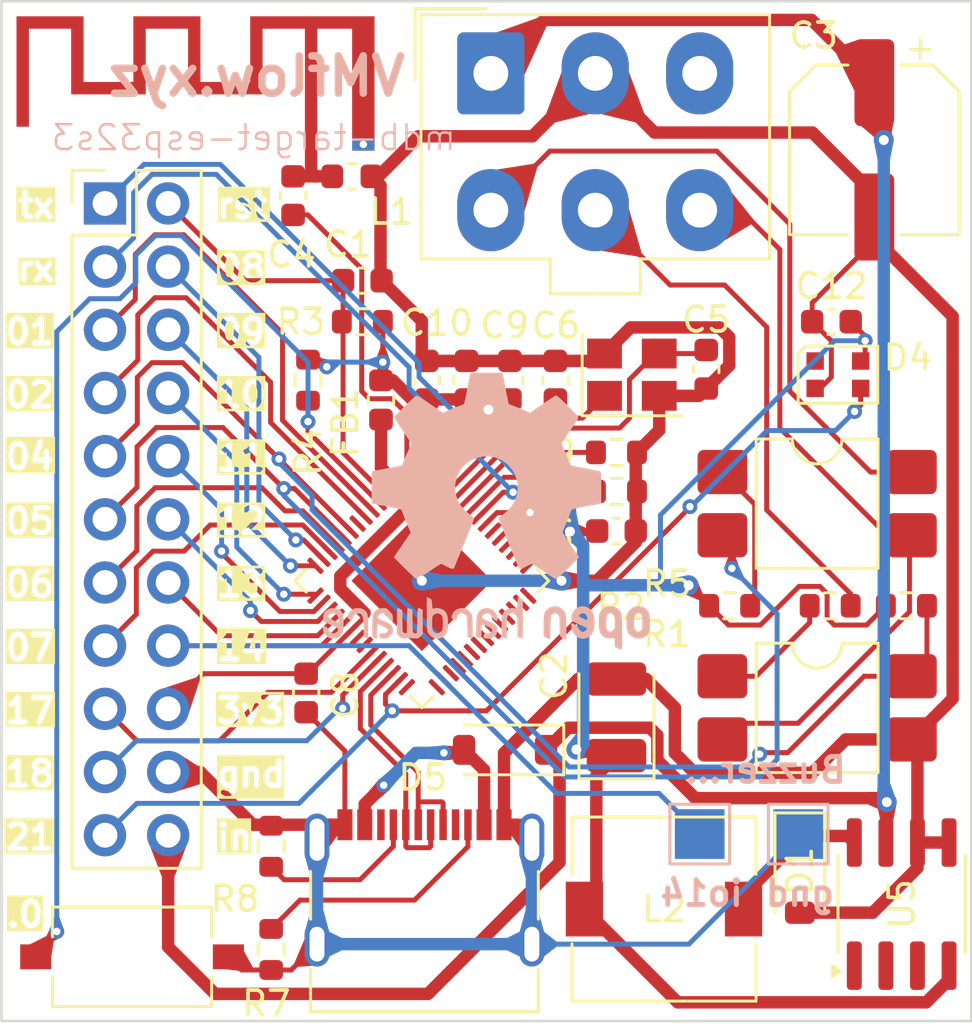
<source format=kicad_pcb>
(kicad_pcb (version 20241229) (generator "pcbnew") (generator_version "9.0")
  (layers (0 "F.Cu" signal) (2 "B.Cu" signal) (13 "F.Paste" user) (15 "B.Paste" user) (5 "F.SilkS" user "F.Silkscreen") (7 "B.SilkS" user "B.Silkscreen") (1 "F.Mask" user) (3 "B.Mask" user) (25 "Edge.Cuts" user))
  (net 0 "")
  (net 1 "Net-(AE1-A)")
  (net 2 "+3V3")
  (net 3 "GND")
  (net 4 "Net-(U3-LNA_IN{slash}RF)")
  (net 5 "Net-(U3-XTAL_N)")
  (net 6 "Net-(U3-XTAL_P)")
  (net 7 "/vin")
  (net 8 "Net-(D5-A)")
  (net 10 "/mdb_master_transmit")
  (net 11 "/mdb_communications_common")
  (net 12 "/mdb_master_receive")
  (net 15 "/usb+")
  (net 16 "/usb-")
  (net 17 "Net-(J2-CC1)")
  (net 18 "Net-(J2-CC2)")
  (net 20 "/io12")
  (net 21 "/io9")
  (net 22 "/io6")
  (net 23 "/io10")
  (net 24 "/io17")
  (net 25 "/u0txd")
  (net 26 "/io21")
  (net 27 "/io11")
  (net 28 "/io5")
  (net 29 "/boot")
  (net 30 "/u0rxd")
  (net 31 "/io8")
  (net 32 "/io14")
  (net 33 "/io18")
  (net 34 "/io4")
  (net 35 "/io7")
  (net 36 "/io13")
  (net 37 "/io1")
  (net 38 "/io2")
  (net 39 "Net-(R2-Pad2)")
  (net 40 "/reset")
  (net 41 "Net-(R5-Pad2)")
  (net 42 "Net-(U3-GPIO45)")
  (net 43 "Net-(U3-GPIO46)")
  (net 67 "VDD3P3")
  (net 68 "Net-(D1-K)")
  (footprint "Capacitor_Tantalum_SMD:CP_EIA-3528-21_Kemet-B" (layer "F.Cu") (at 193.23 111.88 90)
    (property "Reference" "C2")
    (property "Value" "220uF" (hide yes))
  )
  (footprint "Inductor_SMD:L_7.3x7.3_H3.5" (layer "F.Cu") (at 195.141333 119.59 180)
    (property "Reference" "L2")
    (property "Value" "100uH" (hide yes))
  )
  (footprint "Resistor_SMD:R_0603_1608Metric" (layer "F.Cu") (at 179.342666 121.215 -90)
    (property "Reference" "R7")
    (property "Value" "10k" (hide yes))
  )
  (footprint "Connector_USB:USB_C_Receptacle_G-Switch_GT-USB-7010ASV" (layer "F.Cu") (at 185.506999 119.925)
    (property "Reference" "J2" (hide yes))
    (property "Value" "USB_C_Receptacle_USB2.0_16P" (hide yes))
  )
  (footprint "Capacitor_SMD:C_0603_1608Metric" (layer "F.Cu") (at 185.6 98.325 -90)
    (property "Reference" "C10")
    (property "Value" "0.1uF" (hide yes))
  )
  (footprint "Package_DFN_QFN:QFN-56-1EP_7x7mm_P0.4mm_EP4x4mm" (layer "F.Cu") (at 185.402004 106.39 -45)
    (property "Reference" "U3" (hide yes))
    (property "Value" "ESP32-S3FH4R2" (hide yes))
  )
  (footprint "Capacitor_SMD:C_0603_1608Metric" (layer "F.Cu") (at 180.75 110.9 90)
    (property "Reference" "C8")
    (property "Value" "0.1uF" (hide yes))
  )
  (footprint "Resistor_SMD:R_0603_1608Metric" (layer "F.Cu") (at 197.78 107.395)
    (property "Reference" "R5")
    (property "Value" "470ohm" (hide yes))
  )
  (footprint "Capacitor_SMD:C_0603_1608Metric" (layer "F.Cu") (at 187.2 98.325 -90)
    (property "Reference" "C11")
    (property "Value" "10uF" (hide yes))
  )
  (footprint "Capacitor_SMD:C_0603_1608Metric" (layer "F.Cu") (at 193.23 104.39 180)
    (property "Reference" "C7")
    (property "Value" "0.1uF" (hide yes))
  )
  (footprint "Capacitor_SMD:C_0603_1608Metric" (layer "F.Cu") (at 188.944375 98.325 -90)
    (property "Reference" "C9")
    (property "Value" "1uF" (hide yes))
  )
  (footprint "Resistor_SMD:R_0603_1608Metric" (layer "F.Cu") (at 183.01 95.975 180)
    (property "Reference" "R3")
    (property "Value" "10k" (hide yes))
  )
  (footprint "Capacitor_SMD:C_0603_1608Metric" (layer "F.Cu") (at 180.225 90.905 -90)
    (property "Reference" "C4")
    (property "Value" "1.8pf" (hide yes))
  )
  (footprint "Button_Switch_SMD:SW_Tactile_SPST_NO_Straight_CK_PTS636Sx25SMTRLFS" (layer "F.Cu") (at 173.748332 121.51)
    (property "Reference" "SW1" (hide yes))
    (property "Value" "SW_Push" (hide yes))
  )
  (footprint "RF_Antenna:Texas_SWRA117D_2.4GHz_Left" (layer "F.Cu") (at 180.95 88.845)
    (property "Reference" "AE1" (hide yes))
    (property "Value" "Antenna" (hide yes))
  )
  (footprint "Capacitor_SMD:C_0603_1608Metric" (layer "F.Cu") (at 201.875 95.975)
    (property "Reference" "C12")
    (property "Value" "0.1uF" (hide yes))
  )
  (footprint "Package_SO:SOIC-8_3.9x4.9mm_P1.27mm" (layer "F.Cu") (at 204.7 119.39 90)
    (property "Reference" "U5")
    (property "Value" "LM2594HVM-3.3" (hide yes))
  )
  (footprint "Diode_SMD:D_SOD-123" (layer "F.Cu") (at 188.75 113.19 180)
    (property "Reference" "D5")
    (property "Value" "D_Schottky" (hide yes))
  )
  (footprint "Resistor_SMD:R_0603_1608Metric" (layer "F.Cu") (at 201.825 107.395 180)
    (property "Reference" "R2")
    (property "Value" "470ohm" (hide yes))
  )
  (footprint "LED_SMD:LED_WS2812B-2020_PLCC4_2.0x2.0mm" (layer "F.Cu") (at 202.135 98.105)
    (property "Reference" "D4")
    (property "Value" "WS2812B-2020" (hide yes))
  )
  (footprint "Diode_SMD:D_SOD-123" (layer "F.Cu") (at 200.605666 118.085 -90)
    (property "Reference" "D1")
    (property "Value" "D_Schottky" (hide yes))
  )
  (footprint "Resistor_SMD:R_0603_1608Metric" (layer "F.Cu") (at 204.89 107.395 180)
    (property "Reference" "R1")
    (property "Value" "10K" (hide yes))
  )
  (footprint "Capacitor_SMD:C_0603_1608Metric" (layer "F.Cu") (at 183.01 94.325)
    (property "Reference" "C1")
    (property "Value" "1uF" (hide yes))
  )
  (footprint "Inductor_SMD:L_0603_1608Metric" (layer "F.Cu") (at 182.5875 90.13)
    (property "Reference" "L1")
    (property "Value" "2.4nh" (hide yes))
  )
  (footprint "Inductor_SMD:L_0603_1608Metric" (layer "F.Cu") (at 183.76 99.12 90)
    (property "Reference" "FB1")
    (property "Value" "FerriteBead_Small" (hide yes))
  )
  (footprint "Package_DIP:SMDIP-4_W7.62mm" (layer "F.Cu") (at 201.3 111.5)
    (property "Reference" "U4" (hide yes))
    (property "Value" "TLP785" (hide yes))
  )
  (footprint "Connector_PinHeader_2.54mm:PinHeader_2x11_P2.54mm_Vertical" (layer "F.Cu") (at 172.66 91.22)
    (property "Reference" "J3" (hide yes))
    (property "Value" "Conn_02x11_Odd_Even" (hide yes))
  )
  (footprint "Resistor_SMD:R_0603_1608Metric" (layer "F.Cu") (at 179.342666 117.065 90)
    (property "Reference" "R8")
    (property "Value" "10k" (hide yes))
  )
  (footprint "Capacitor_SMD:CP_Elec_6.3x5.8" (layer "F.Cu") (at 203.6 89.065 -90)
    (property "Reference" "C3")
    (property "Value" "100uF" (hide yes))
  )
  (footprint "Resistor_SMD:R_0603_1608Metric" (layer "F.Cu") (at 193.23 102.8)
    (property "Reference" "R6")
    (property "Value" "10k" (hide yes))
  )
  (footprint "Package_DIP:SMDIP-4_W7.62mm" (layer "F.Cu") (at 201.3 103.29)
    (property "Reference" "U1" (hide yes))
    (property "Value" "TLP785" (hide yes))
  )
  (footprint "Capacitor_SMD:C_0603_1608Metric" (layer "F.Cu") (at 196.84 97.885 90)
    (property "Reference" "C5")
    (property "Value" "12pF" (hide yes))
  )
  (footprint "Crystal:Crystal_SMD_3225-4Pin_3.2x2.5mm" (layer "F.Cu") (at 193.85 98.105)
    (property "Reference" "Y1" (hide yes))
    (property "Value" "Crystal_GND24" (hide yes))
  )
  (footprint "Connector_Molex:Molex_Mini-Fit_Jr_5566-06A_2x03_P4.20mm_Vertical" (layer "F.Cu") (at 188.1775 85.99)
    (property "Reference" "J1" (hide yes))
    (property "Value" "MDB_Connector" (hide yes))
  )
  (footprint "Capacitor_SMD:C_0603_1608Metric" (layer "F.Cu") (at 190.775 98.325 -90)
    (property "Reference" "C6")
    (property "Value" "12pF" (hide yes))
  )
  (footprint "Resistor_SMD:R_0603_1608Metric" (layer "F.Cu") (at 180.825 98.325 90)
    (property "Reference" "R4")
    (property "Value" "10k" (hide yes))
  )
  (footprint "Resistor_SMD:R_0603_1608Metric" (layer "F.Cu") (at 193.23 101.23)
    (property "Reference" "R9")
    (property "Value" "10k" (hide yes))
  )
  (footprint "TestPoint:TestPoint_Pad_2.0x2.0mm" (layer "B.Cu") (at 200.54 116.575)
    (property "Reference" "TP2" (hide yes))
    (property "Value" "Buzzer_Flag (-)" (hide yes))
  )
  (footprint "TestPoint:TestPoint_Pad_2.0x2.0mm" (layer "B.Cu") (at 196.5775 116.575)
    (property "Reference" "TP1" (hide yes))
    (property "Value" "Buzzer_Flag (14)" (hide yes))
  )
  (footprint "Symbol:OSHW-Logo2_14.6x12mm_SilkScreen" (layer "B.Cu") (at 188.000001 103.576466 180)
    (property "Reference" "REF**" (hide yes))
    (property "Value" "OSHW-Logo2_14.6x12mm_SilkScreen" (hide yes))
  )
  (gr_rect (start 168.5 83.09) (end 207.5 124.09) (stroke (width 0.1)) (fill no) (layer "Edge.Cuts"))
  (gr_text "08" (at 177.05 94.424 0) (layer "F.SilkS" knockout) (effects (font (size 1 1) (thickness 0.2) (bold yes)) (justify left bottom)))
  (gr_text "3v3" (at 177.05 112.204 0) (layer "F.SilkS" knockout) (effects (font (size 1 1) (thickness 0.2) (bold yes)) (justify left bottom)))
  (gr_text "rx" (at 169.024762 94.424 0) (layer "F.SilkS" knockout) (effects (font (size 1 1) (thickness 0.2) (bold yes)) (justify left bottom)))
  (gr_text ".0" (at 168.6 120.39 0) (layer "F.SilkS" knockout) (effects (font (size 1 1) (thickness 0.2) (bold yes)) (justify left bottom)))
  (gr_text "06" (at 168.548572 107.124 0) (layer "F.SilkS" knockout) (effects (font (size 1 1) (thickness 0.2) (bold yes)) (justify left bottom)))
  (gr_text "02" (at 168.548572 99.504 0) (layer "F.SilkS" knockout) (effects (font (size 1 1) (thickness 0.2) (bold yes)) (justify left bottom)))
  (gr_text "13" (at 177.05 107.124 0) (layer "F.SilkS" knockout) (effects (font (size 1 1) (thickness 0.2) (bold yes)) (justify left bottom)))
  (gr_text "18" (at 168.548572 114.744 0) (layer "F.SilkS" knockout) (effects (font (size 1 1) (thickness 0.2) (bold yes)) (justify left bottom)))
  (gr_text "10" (at 177.05 99.504 0) (layer "F.SilkS" knockout) (effects (font (size 1 1) (thickness 0.2) (bold yes)) (justify left bottom)))
  (gr_text "05" (at 168.548572 104.584 0) (layer "F.SilkS" knockout) (effects (font (size 1 1) (thickness 0.2) (bold yes)) (justify left bottom)))
  (gr_text "tx" (at 169.072381 91.884 0) (layer "F.SilkS" knockout) (effects (font (size 1 1) (thickness 0.2) (bold yes)) (justify left bottom)))
  (gr_text "in" (at 177.05 117.284 0) (layer "F.SilkS" knockout) (effects (font (size 1 1) (thickness 0.2) (bold yes)) (justify left bottom)))
  (gr_text "14" (at 177.05 109.664 0) (layer "F.SilkS" knockout) (effects (font (size 1 1) (thickness 0.2) (bold yes)) (justify left bottom)))
  (gr_text "04" (at 168.548572 101.9942 0) (layer "F.SilkS" knockout) (effects (font (size 1 1) (thickness 0.2) (bold yes)) (justify left bottom)))
  (gr_text "07" (at 168.548572 109.664 0) (layer "F.SilkS" knockout) (effects (font (size 1 1) (thickness 0.2) (bold yes)) (justify left bottom)))
  (gr_text "21" (at 168.548572 117.284 0) (layer "F.SilkS" knockout) (effects (font (size 1 1) (thickness 0.2) (bold yes)) (justify left bottom)))
  (gr_text "rst\n" (at 177.05 91.884 0) (layer "F.SilkS" knockout) (effects (font (size 1 1) (thickness 0.2) (bold yes)) (justify left bottom)))
  (gr_text "gnd" (at 177.05 114.744 0) (layer "F.SilkS" knockout) (effects (font (size 1 1) (thickness 0.2) (bold yes)) (justify left bottom)))
  (gr_text "17" (at 168.548572 112.204 0) (layer "F.SilkS" knockout) (effects (font (size 1 1) (thickness 0.2) (bold yes)) (justify left bottom)))
  (gr_text "09" (at 177.05 96.964 0) (layer "F.SilkS" knockout) (effects (font (size 1 1) (thickness 0.2) (bold yes)) (justify left bottom)))
  (gr_text "01" (at 168.548572 96.964 0) (layer "F.SilkS" knockout) (effects (font (size 1 1) (thickness 0.2) (bold yes)) (justify left bottom)))
  (gr_text "11" (at 177.05 102.044 0) (layer "F.SilkS" knockout) (effects (font (size 1 1) (thickness 0.2) (bold yes)) (justify left bottom)))
  (gr_text "12" (at 177.05 104.584 0) (layer "F.SilkS" knockout) (effects (font (size 1 1) (thickness 0.2) (bold yes)) (justify left bottom)))
  (gr_text "mdb-target-esp32s3" (at 186.85 89.16 0) (layer "B.SilkS") (effects (font (size 1 1) (thickness 0.1)) (justify left bottom mirror)))
  (gr_text "VMflow.xyz" (at 184.885714 86.986 0) (layer "B.SilkS") (effects (font (size 1.5 1.5) (thickness 0.3) (bold yes)) (justify left bottom mirror)))
  (gr_text "io14" (at 198.420357 119.54 0) (layer "B.SilkS") (effects (font (size 1 1) (thickness 0.2) (bold yes)) (justify left bottom mirror)))
  (gr_text "Buzzer..." (at 202.565 114.59 0) (layer "B.SilkS") (effects (font (size 1 1) (thickness 0.2) (bold yes)) (justify left bottom mirror)))
  (gr_text "gnd" (at 202.097143 119.54 0) (layer "B.SilkS") (effects (font (size 1 1) (thickness 0.2) (bold yes)) (justify left bottom mirror)))
  (segment (start 180.95 89.95) (end 181.13 90.13) (width 0.5) (layer "F.Cu") (net 1))
  (segment (start 180.225 90.13) (end 181.13 90.13) (width 0.5) (layer "F.Cu") (net 1))
  (segment (start 180.95 88.845) (end 180.95 89.95) (width 0.5) (layer "F.Cu") (net 1))
  (segment (start 181.13 90.13) (end 181.8 90.13) (width 0.5) (layer "F.Cu") (net 1))
  (segment (start 188.49 99.1) (end 188.08 99.51) (width 0.5) (layer "F.Cu") (net 2))
  (segment (start 201.988936 108.171) (end 201.701 107.883064) (width 0.2) (layer "F.Cu") (net 2))
  (segment (start 184.234999 98.3325) (end 183.76 98.3325) (width 0.5) (layer "F.Cu") (net 2))
  (segment (start 182.122577 106.712577) (end 183.1 107.69) (width 0.5) (layer "F.Cu") (net 2))
  (segment (start 183.1 107.69) (end 183.1 107.843476) (width 0.2) (layer "F.Cu") (net 2))
  (segment (start 183.835 98.2575) (end 183.76 98.3325) (width 0.2) (layer "F.Cu") (net 2))
  (segment (start 200.570064 106.619) (end 199.018064 108.171) (width 0.2) (layer "F.Cu") (net 2))
  (segment (start 176.615 110.125) (end 180.75 110.125) (width 0.2) (layer "F.Cu") (net 2))
  (segment (start 191.616041 113.176041) (end 192.986041 113.176041) (width 0.5) (layer "F.Cu") (net 2))
  (segment (start 175.2 111.54) (end 176.615 110.125) (width 0.2) (layer "F.Cu") (net 2))
  (segment (start 206.605 122.4241) (end 206.605 121.865) (width 0.5) (layer "F.Cu") (net 2))
  (segment (start 183.835 97.6) (end 183.835 98.2575) (width 0.2) (layer "F.Cu") (net 2))
  (segment (start 204.065 107.395) (end 203.289 108.171) (width 0.2) (layer "F.Cu") (net 2))
  (segment (start 191.7 104.41) (end 191.72 104.43) (width 0.2) (layer "F.Cu") (net 2))
  (segment (start 192.986041 113.176041) (end 193.23 113.42) (width 0.5) (layer "F.Cu") (net 2))
  (segment (start 201.701 107.883064) (end 201.701 106.906936) (width 0.2) (layer "F.Cu") (net 2))
  (segment (start 192.415 104.43) (end 192.455 104.39) (width 0.2) (layer "F.Cu") (net 2))
  (segment (start 195.690333 123.339) (end 205.6901 123.339) (width 0.5) (layer "F.Cu") (net 2))
  (segment (start 189.361903 104.41) (end 188.831472 104.940431) (width 0.2) (layer "F.Cu") (net 2))
  (segment (start 180.818476 110.125) (end 182.538222 108.405254) (width 0.2) (layer "F.Cu") (net 2))
  (segment (start 203.289 108.171) (end 201.988936 108.171) (width 0.2) (layer "F.Cu") (net 2))
  (segment (start 191.36 104.41) (end 191.7 104.41) (width 0.2) (layer "F.Cu") (net 2))
  (segment (start 183.835 95.975) (end 183.835 97.6) (width 0.2) (layer "F.Cu") (net 2))
  (segment (start 203.23 96.74) (end 203.23 97.375) (width 0.2) (layer "F.Cu") (net 2))
  (segment (start 199.018064 108.171) (end 197.731 108.171) (width 0.2) (layer "F.Cu") (net 2))
  (segment (start 183.1 107.843476) (end 182.538222 108.405254) (width 0.2) (layer "F.Cu") (net 2))
  (segment (start 185.002499 99.1) (end 184.234999 98.3325) (width 0.5) (layer "F.Cu") (net 2))
  (segment (start 203.23 96.74) (end 203.23 96.555) (width 0.2) (layer "F.Cu") (net 2))
  (segment (start 191.36 104.41) (end 189.361903 104.41) (width 0.2) (layer "F.Cu") (net 2))
  (segment (start 201.413064 106.619) (end 200.570064 106.619) (width 0.2) (layer "F.Cu") (net 2))
  (segment (start 191.72 104.43) (end 192.415 104.43) (width 0.2) (layer "F.Cu") (net 2))
  (segment (start 196.13 106.57) (end 196.955 107.395) (width 0.2) (layer "F.Cu") (net 2))
  (segment (start 180.75 110.125) (end 180.818476 110.125) (width 0.2) (layer "F.Cu") (net 2))
  (segment (start 191.941333 119.59) (end 192.42 119.111333) (width 0.5) (layer "F.Cu") (net 2))
  (segment (start 182.122577 106.203189) (end 185.842883 102.482883) (width 0.5) (layer "F.Cu") (net 2))
  (segment (start 191.941333 119.59) (end 195.690333 123.339) (width 0.5) (layer "F.Cu") (net 2))
  (segment (start 188.08 99.51) (end 188.08 100.245766) (width 0.5) (layer "F.Cu") (net 2))
  (segment (start 185.842883 102.482883) (end 186.037693 102.288073) (width 0.5) (layer "F.Cu") (net 2))
  (segment (start 188.08 100.245766) (end 185.842883 102.482883) (width 0.5) (layer "F.Cu") (net 2))
  (segment (start 205.6901 123.339) (end 206.605 122.4241) (width 0.5) (layer "F.Cu") (net 2))
  (segment (start 192.42 114.23) (end 193.23 113.42) (width 0.5) (layer "F.Cu") (net 2))
  (segment (start 181.29 97.5) (end 181.58 97.79) (width 0.2) (layer "F.Cu") (net 2))
  (segment (start 192.42 119.111333) (end 192.42 114.23) (width 0.5) (layer "F.Cu") (net 2))
  (segment (start 203.23 97.375) (end 203.05 97.555) (width 0.2) (layer "F.Cu") (net 2))
  (segment (start 203.23 96.555) (end 202.65 95.975) (width 0.2) (layer "F.Cu") (net 2))
  (segment (start 188.944375 99.1) (end 188.49 99.1) (width 0.5) (layer "F.Cu") (net 2))
  (segment (start 186.037693 102.288073) (end 186.179114 102.288073) (width 0.5) (layer "F.Cu") (net 2))
  (segment (start 180.825 97.5) (end 181.29 97.5) (width 0.2) (layer "F.Cu") (net 2))
  (segment (start 197.731 108.171) (end 196.955 107.395) (width 0.2) (layer "F.Cu") (net 2))
  (segment (start 182.122577 106.203189) (end 182.122577 106.712577) (width 0.5) (layer "F.Cu") (net 2))
  (segment (start 188.08 99.51) (end 187.67 99.1) (width 0.5) (layer "F.Cu") (net 2))
  (segment (start 201.701 106.906936) (end 201.413064 106.619) (width 0.2) (layer "F.Cu") (net 2))
  (segment (start 187.67 99.1) (end 185.002499 99.1) (width 0.5) (layer "F.Cu") (net 2))
  (via (at 196.13 106.57) (size 0.8) (drill 0.4) (layers "F.Cu" "B.Cu") (net 2))
  (via (at 191.616041 113.176041) (size 0.8) (drill 0.4) (layers "F.Cu" "B.Cu") (net 2))
  (via (at 188.08 99.51) (size 0.8) (drill 0.4) (layers "F.Cu" "B.Cu") (net 2))
  (via (at 203.23 96.74) (size 0.6) (drill 0.3) (layers "F.Cu" "B.Cu") (net 2))
  (via (at 181.58 97.79) (size 0.6) (drill 0.3) (layers "F.Cu" "B.Cu") (net 2))
  (via (at 183.835 97.6) (size 0.6) (drill 0.3) (layers "F.Cu" "B.Cu") (net 2))
  (via (at 191.36 104.41) (size 0.8) (drill 0.4) (layers "F.Cu" "B.Cu") (net 2))
  (segment (start 191.36 104.41) (end 191.36 104.44) (width 0.5) (layer "B.Cu") (net 2))
  (segment (start 191.36 104.44) (end 191.89 104.97) (width 0.5) (layer "B.Cu") (net 2))
  (segment (start 203.23 96.74) (end 202.004098 96.74) (width 0.2) (layer "B.Cu") (net 2))
  (segment (start 191.36 104.41) (end 191.36 102.79) (width 0.5) (layer "B.Cu") (net 2))
  (segment (start 191.89 106.59) (end 191.89 112.95) (width 0.5) (layer "B.Cu") (net 2))
  (segment (start 202.004098 96.74) (end 195 103.744098) (width 0.2) (layer "B.Cu") (net 2))
  (segment (start 181.77 97.6) (end 183.835 97.6) (width 0.2) (layer "B.Cu") (net 2))
  (segment (start 191.89 104.97) (end 191.89 106.59) (width 0.5) (layer "B.Cu") (net 2))
  (segment (start 191.36 102.79) (end 188.08 99.51) (width 0.5) (layer "B.Cu") (net 2))
  (segment (start 191.91 106.57) (end 191.89 106.59) (width 0.5) (layer "B.Cu") (net 2))
  (segment (start 191.89 112.95) (end 191.663959 113.176041) (width 0.5) (layer "B.Cu") (net 2))
  (segment (start 196.13 106.57) (end 195 106.57) (width 0.5) (layer "B.Cu") (net 2))
  (segment (start 195 103.744098) (end 195 106.57) (width 0.2) (layer "B.Cu") (net 2))
  (segment (start 195 106.57) (end 191.91 106.57) (width 0.5) (layer "B.Cu") (net 2))
  (segment (start 181.58 97.79) (end 181.77 97.6) (width 0.2) (layer "B.Cu") (net 2))
  (segment (start 191.663959 113.176041) (end 191.616041 113.176041) (width 0.5) (layer "B.Cu") (net 2))
  (segment (start 192.450878 106.39) (end 194.005 104.835878) (width 0.5) (layer "F.Cu") (net 3))
  (segment (start 197.766 97.734) (end 196.84 98.66) (width 0.5) (layer "F.Cu") (net 3))
  (segment (start 194.95 98.955) (end 196.545 98.955) (width 0.5) (layer "F.Cu") (net 3))
  (segment (start 201.1 95.975) (end 201.871 96.746) (width 0.2) (layer "F.Cu") (net 3))
  (segment (start 206.749 95.759) (end 206.749 111.131) (width 0.5) (layer "F.Cu") (net 3))
  (segment (start 201.11 88.37) (end 203.6 90.86) (width 0.5) (layer "F.Cu") (net 3))
  (segment (start 201.1 95.975) (end 201.1 95.215) (width 0.2) (layer "F.Cu") (net 3))
  (segment (start 195.577 113.32) (end 195.577 111.492) (width 0.5) (layer "F.Cu") (net 3))
  (segment (start 182.306999 113.231999) (end 180.75 111.675) (width 0.2) (layer "F.Cu") (net 3))
  (segment (start 201.871 96.746) (end 201.871 98.206) (width 0.2) (layer "F.Cu") (net 3))
  (segment (start 201.871 98.206) (end 201.422 98.655) (width 0.2) (layer "F.Cu") (net 3))
  (segment (start 203.6 91.765) (end 203.6 92.61) (width 0.5) (layer "F.Cu") (net 3))
  (segment (start 205.11 112.77) (end 202.45 112.77) (width 0.5) (layer "F.Cu") (net 3))
  (segment (start 194.95 98.955) (end 194.95 100.335) (width 0.5) (layer "F.Cu") (net 3))
  (segment (start 197.371242 96.204) (end 197.766 96.598758) (width 0.5) (layer "F.Cu") (net 3))
  (segment (start 188.706999 113.320759) (end 188.706999 116.2) (width 0.5) (layer "F.Cu") (net 3))
  (segment (start 189.226999 116.2) (end 189.826999 116.8) (width 0.5) (layer "F.Cu") (net 3))
  (segment (start 194.005 101.28) (end 194.055 101.23) (width 0.5) (layer "F.Cu") (net 3))
  (segment (start 189.8475 88.52) (end 192.3775 85.99) (width 0.5) (layer "F.Cu") (net 3))
  (segment (start 196.545 98.955) (end 196.84 98.66) (width 0.5) (layer "F.Cu") (net 3))
  (segment (start 185.4 97.35) (end 185.4 95.94) (width 0.5) (layer "F.Cu") (net 3))
  (segment (start 206.605 116.915) (end 205.335 116.915) (width 0.5) (layer "F.Cu") (net 3))
  (segment (start 192.455 97.55) (end 192.75 97.255) (width 0.5) (layer "F.Cu") (net 3))
  (segment (start 178.61 116.2) (end 182.306999 116.2) (width 0.5) (layer "F.Cu") (net 3))
  (segment (start 200.605666 119.735) (end 203.535 119.735) (width 0.5) (layer "F.Cu") (net 3))
  (segment (start 183.66 90.13) (end 185.27 88.52) (width 0.5) (layer "F.Cu") (net 3))
  (segment (start 182.306999 116.2) (end 182.306999 113.231999) (width 0.2) (layer "F.Cu") (net 3))
  (segment (start 193.23 110.34) (end 191.687758 110.34) (width 0.5) (layer "F.Cu") (net 3))
  (segment (start 182.306999 116.2) (end 181.786999 116.2) (width 0.5) (layer "F.Cu") (net 3))
  (segment (start 197.766 96.598758) (end 197.766 97.734) (width 0.5) (layer "F.Cu") (net 3))
  (segment (start 178.153332 122.04) (end 177.623332 121.51) (width 0.2) (layer "F.Cu") (net 3))
  (segment (start 180.146999 122.04) (end 181.186999 121) (width 0.2) (layer "F.Cu") (net 3))
  (segment (start 203.6 92.715) (end 203.6 91.765) (width 0.2) (layer "F.Cu") (net 3))
  (segment (start 205.335 116.915) (end 205.335 112.995) (width 0.5) (layer "F.Cu") (net 3))
  (segment (start 183.375 90.13) (end 183.74 90.495) (width 0.5) (layer "F.Cu") (net 3))
  (segment (start 201.1 95.215) (end 203.6 92.715) (width 0.2) (layer "F.Cu") (net 3))
  (segment (start 191.687758 110.34) (end 188.706999 113.320759) (width 0.5) (layer "F.Cu") (net 3))
  (segment (start 194.7575 88.37) (end 201.11 88.37) (width 0.5) (layer "F.Cu") (net 3))
  (segment (start 183.74 94.28) (end 183.785 94.325) (width 0.5) (layer "F.Cu") (net 3))
  (segment (start 202.45 112.77) (end 201.109 114.111) (width 0.5) (layer "F.Cu") (net 3))
  (segment (start 196.368 114.111) (end 195.577 113.32) (width 0.5) (layer "F.Cu") (net 3))
  (segment (start 193.801 96.204) (end 197.371242 96.204) (width 0.5) (layer "F.Cu") (net 3))
  (segment (start 183.74 90.495) (end 183.74 94.28) (width 0.5) (layer "F.Cu") (net 3))
  (segment (start 185.4 95.94) (end 183.785 94.325) (width 0.5) (layer "F.Cu") (net 3))
  (segment (start 185.6 97.55) (end 185.4 97.35) (width 0.5) (layer "F.Cu") (net 3))
  (segment (start 194.005 104.835878) (end 194.005 104.39) (width 0.5) (layer "F.Cu") (net 3))
  (segment (start 203.6 92.61) (end 206.749 95.759) (width 0.5) (layer "F.Cu") (net 3))
  (segment (start 206.749 111.131) (end 205.11 112.77) (width 0.5) (layer "F.Cu") (net 3))
  (segment (start 185.6 97.55) (end 192.455 97.55) (width 0.5) (layer "F.Cu") (net 3))
  (segment (start 194.005 104.39) (end 194.005 101.28) (width 0.5) (layer "F.Cu") (net 3))
  (segment (start 185.27 88.52) (end 189.8475 88.52) (width 0.5) (layer "F.Cu") (net 3))
  (segment (start 192.3775 85.99) (end 194.7575 88.37) (width 0.5) (layer "F.Cu") (net 3))
  (segment (start 201.422 98.655) (end 201.22 98.655) (width 0.2) (layer "F.Cu") (net 3))
  (segment (start 203.6 90.86) (end 203.6 91.765) (width 0.5) (layer "F.Cu") (net 3))
  (segment (start 188.706999 116.2) (end 189.226999 116.2) (width 0.5) (layer "F.Cu") (net 3))
  (segment (start 191.02 106.39) (end 192.450878 106.39) (width 0.5) (layer "F.Cu") (net 3))
  (segment (start 192.75 97.255) (end 193.801 96.204) (width 0.5) (layer "F.Cu") (net 3))
  (segment (start 205.335 117.935) (end 205.335 116.915) (width 0.5) (layer "F.Cu") (net 3))
  (segment (start 181.786999 116.2) (end 181.186999 116.8) (width 0.5) (layer "F.Cu") (net 3))
  (segment (start 205.335 112.995) (end 205.11 112.77) (width 0.5) (layer "F.Cu") (net 3))
  (segment (start 203.535 119.735) (end 205.335 117.935) (width 0.5) (layer "F.Cu") (net 3))
  (segment (start 179.342666 122.04) (end 180.146999 122.04) (width 0.2) (layer "F.Cu") (net 3))
  (segment (start 175.2 114.08) (end 176.49 114.08) (width 0.5) (layer "F.Cu") (net 3))
  (segment (start 179.342666 122.04) (end 178.153332 122.04) (width 0.2) (layer "F.Cu") (net 3))
  (segment (start 194.425 110.34) (end 193.23 110.34) (width 0.5) (layer "F.Cu") (net 3))
  (segment (start 201.109 114.111) (end 196.368 114.111) (width 0.5) (layer "F.Cu") (net 3))
  (segment (start 183.375 90.13) (end 183.66 90.13) (width 0.5) (layer "F.Cu") (net 3))
  (segment (start 194.95 100.335) (end 194.055 101.23) (width 0.5) (layer "F.Cu") (net 3))
  (segment (start 176.49 114.08) (end 178.61 116.2) (width 0.5) (layer "F.Cu") (net 3))
  (segment (start 195.577 111.492) (end 194.425 110.34) (width 0.5) (layer "F.Cu") (net 3))
  (via (at 191.02 106.39) (size 0.8) (drill 0.4) (layers "F.Cu" "B.Cu") (net 3))
  (via (at 185.402004 106.39) (size 0.8) (drill 0.4) (layers "F.Cu" "B.Cu") (net 3))
  (segment (start 200.54 117.21) (end 199.93 117.21) (width 0.2) (layer "B.Cu") (net 3))
  (segment (start 181.186999 116.8) (end 181.186999 121) (width 0.5) (layer "B.Cu") (net 3))
  (segment (start 189.826999 116.8) (end 189.826999 121) (width 0.5) (layer "B.Cu") (net 3))
  (segment (start 196.14 121) (end 189.826999 121) (width 0.2) (layer "B.Cu") (net 3))
  (segment (start 199.93 117.21) (end 196.14 121) (width 0.2) (layer "B.Cu") (net 3))
  (segment (start 181.186999 121) (end 189.826999 121) (width 0.5) (layer "B.Cu") (net 3))
  (segment (start 191.02 106.39) (end 185.402004 106.39) (width 0.5) (layer "B.Cu") (net 3))
  (segment (start 184.194267 99.071) (end 184.800963 99.677696) (width 0.2) (layer "F.Cu") (net 4))
  (segment (start 184.800963 99.677696) (end 184.800963 102.112004) (width 0.2) (layer "F.Cu") (net 4))
  (segment (start 182.986 93.85089) (end 182.986 94.79911) (width 0.2) (layer "F.Cu") (net 4))
  (segment (start 180.225 91.68) (end 180.81511 91.68) (width 0.2) (layer "F.Cu") (net 4))
  (segment (start 182.984 94.80111) (end 182.984 98.7726) (width 0.2) (layer "F.Cu") (net 4))
  (segment (start 182.984 98.7726) (end 183.2824 99.071) (width 0.2) (layer "F.Cu") (net 4))
  (segment (start 183.2824 99.071) (end 184.194267 99.071) (width 0.2) (layer "F.Cu") (net 4))
  (segment (start 180.81511 91.68) (end 182.986 93.85089) (width 0.2) (layer "F.Cu") (net 4))
  (segment (start 182.986 94.79911) (end 182.984 94.80111) (width 0.2) (layer "F.Cu") (net 4))
  (segment (start 194.95 97.255) (end 196.695 97.255) (width 0.2) (layer "F.Cu") (net 5))
  (segment (start 193.751 98.303) (end 193.751 99.856) (width 0.2) (layer "F.Cu") (net 5))
  (segment (start 193.355 100.252) (end 189.560105 100.252) (width 0.2) (layer "F.Cu") (net 5))
  (segment (start 194.799 97.255) (end 193.751 98.303) (width 0.2) (layer "F.Cu") (net 5))
  (segment (start 194.95 97.255) (end 194.799 97.255) (width 0.2) (layer "F.Cu") (net 5))
  (segment (start 189.560105 100.252) (end 186.851573 102.960532) (width 0.2) (layer "F.Cu") (net 5))
  (segment (start 193.751 99.856) (end 193.355 100.252) (width 0.2) (layer "F.Cu") (net 5))
  (segment (start 196.695 97.255) (end 196.84 97.11) (width 0.2) (layer "F.Cu") (net 5))
  (segment (start 189.395419 99.851) (end 186.56873 102.677689) (width 0.2) (layer "F.Cu") (net 6))
  (segment (start 190.775 99.816) (end 190.74 99.851) (width 0.2) (layer "F.Cu") (net 6))
  (segment (start 191.854 99.851) (end 190.74 99.851) (width 0.2) (layer "F.Cu") (net 6))
  (segment (start 192.75 98.955) (end 191.854 99.851) (width 0.2) (layer "F.Cu") (net 6))
  (segment (start 190.74 99.851) (end 189.395419 99.851) (width 0.2) (layer "F.Cu") (net 6))
  (segment (start 190.775 99.1) (end 190.775 99.816) (width 0.2) (layer "F.Cu") (net 6))
  (segment (start 204.1 115.29) (end 204.1 116.88) (width 0.5) (layer "F.Cu") (net 7))
  (segment (start 203.98 88.67) (end 203.98 87.99) (width 0.5) (layer "F.Cu") (net 7))
  (segment (start 177.086332 123) (end 185.65 123) (width 0.5) (layer "F.Cu") (net 7))
  (segment (start 204.1 116.88) (end 204.065 116.915) (width 0.5) (layer "F.Cu") (net 7))
  (segment (start 203.94 115.13) (end 204.1 115.29) (width 0.5) (layer "F.Cu") (net 7))
  (segment (start 194.876 112.606) (end 194.876 113.610364) (width 0.5) (layer "F.Cu") (net 7))
  (segment (start 203.6 87.61) (end 203.6 86.365) (width 0.5) (layer "F.Cu") (net 7))
  (segment (start 175.2 116.62) (end 175.2 121.113668) (width 0.5) (layer "F.Cu") (net 7))
  (segment (start 185.65 123) (end 190.94 117.71) (width 0.5) (layer "F.Cu") (net 7))
  (segment (start 190.94 113.73) (end 190.4 113.19) (width 0.5) (layer "F.Cu") (net 7))
  (segment (start 190.4 113.19) (end 191.291 112.299) (width 0.5) (layer "F.Cu") (net 7))
  (segment (start 196.395636 115.13) (end 203.94 115.13) (width 0.5) (layer "F.Cu") (net 7))
  (segment (start 201.076 83.841) (end 190.3265 83.841) (width 0.5) (layer "F.Cu") (net 7))
  (segment (start 175.2 121.113668) (end 177.086332 123) (width 0.5) (layer "F.Cu") (net 7))
  (segment (start 194.876 113.610364) (end 196.395636 115.13) (width 0.5) (layer "F.Cu") (net 7))
  (segment (start 190.94 117.71) (end 190.94 113.73) (width 0.5) (layer "F.Cu") (net 7))
  (segment (start 203.6 86.365) (end 201.076 83.841) (width 0.5) (layer "F.Cu") (net 7))
  (segment (start 191.291 112.299) (end 194.569 112.299) (width 0.5) (layer "F.Cu") (net 7))
  (segment (start 203.98 87.99) (end 203.6 87.61) (width 0.5) (layer "F.Cu") (net 7))
  (segment (start 190.3265 83.841) (end 188.1775 85.99) (width 0.5) (layer "F.Cu") (net 7))
  (segment (start 194.569 112.299) (end 194.876 112.606) (width 0.5) (layer "F.Cu") (net 7))
  (via (at 204.1 115.29) (size 0.8) (drill 0.4) (layers "F.Cu" "B.Cu") (net 7))
  (via (at 203.98 88.67) (size 0.8) (drill 0.4) (layers "F.Cu" "B.Cu") (net 7))
  (segment (start 203.98 88.67) (end 203.98 115.17) (width 0.5) (layer "B.Cu") (net 7))
  (segment (start 203.98 115.17) (end 204.1 115.29) (width 0.5) (layer "B.Cu") (net 7))
  (segment (start 187.1 113.19) (end 187.906999 113.996999) (width 0.5) (layer "F.Cu") (net 8))
  (segment (start 183.106999 116.2) (end 183.106999 115.373001) (width 0.5) (layer "F.Cu") (net 8))
  (segment (start 187.906999 113.996999) (end 187.906999 116.2) (width 0.5) (layer "F.Cu") (net 8))
  (segment (start 183.106999 115.373001) (end 183.87 114.61) (width 0.5) (layer "F.Cu") (net 8))
  (segment (start 186.98 113.31) (end 187.1 113.19) (width 0.5) (layer "F.Cu") (net 8))
  (segment (start 186.29 113.31) (end 186.98 113.31) (width 0.5) (layer "F.Cu") (net 8))
  (via (at 186.29 113.31) (size 0.6) (drill 0.3) (layers "F.Cu" "B.Cu") (net 8))
  (via (at 183.87 114.61) (size 0.6) (drill 0.3) (layers "F.Cu" "B.Cu") (net 8))
  (segment (start 183.87 114.61) (end 185.17 113.31) (width 0.5) (layer "B.Cu") (net 8))
  (segment (start 185.17 113.31) (end 186.29 113.31) (width 0.5) (layer "B.Cu") (net 8))
  (segment (start 199.27 103.54) (end 202.65 106.92) (width 0.2) (layer "F.Cu") (net 10))
  (segment (start 197.58 94.5) (end 199.27 96.19) (width 0.2) (layer "F.Cu") (net 10))
  (segment (start 199.27 96.19) (end 199.27 103.54) (width 0.2) (layer "F.Cu") (net 10))
  (segment (start 195.3875 94.5) (end 197.58 94.5) (width 0.2) (layer "F.Cu") (net 10))
  (segment (start 202.65 106.92) (end 202.65 107.395) (width 0.2) (layer "F.Cu") (net 10))
  (segment (start 192.3775 91.49) (end 195.3875 94.5) (width 0.2) (layer "F.Cu") (net 10))
  (segment (start 205.11 104.56) (end 205.014 104.656) (width 0.2) (layer "F.Cu") (net 11))
  (segment (start 200.529064 112.12) (end 198.14 112.12) (width 0.2) (layer "F.Cu") (net 11))
  (segment (start 205.014 104.656) (end 205.014 107.635064) (width 0.2) (layer "F.Cu") (net 11))
  (segment (start 198.2161 91.49) (end 199.8 93.0739) (width 0.2) (layer "F.Cu") (net 11))
  (segment (start 204.110001 104.56) (end 205.11 104.56) (width 0.2) (layer "F.Cu") (net 11))
  (segment (start 196.5775 91.49) (end 198.2161 91.49) (width 0.2) (layer "F.Cu") (net 11))
  (segment (start 199.8 100.249999) (end 204.110001 104.56) (width 0.2) (layer "F.Cu") (net 11))
  (segment (start 205.014 107.635064) (end 200.529064 112.12) (width 0.2) (layer "F.Cu") (net 11))
  (segment (start 199.8 93.0739) (end 199.8 100.249999) (width 0.2) (layer "F.Cu") (net 11))
  (segment (start 198.14 112.12) (end 197.49 112.77) (width 0.2) (layer "F.Cu") (net 11))
  (segment (start 205.11 102.02) (end 203.45 102.02) (width 0.2) (layer "F.Cu") (net 12))
  (segment (start 200.201 92.051) (end 197.265 89.115) (width 0.2) (layer "F.Cu") (net 12))
  (segment (start 197.265 89.115) (end 190.5525 89.115) (width 0.2) (layer "F.Cu") (net 12))
  (segment (start 200.201 98.771) (end 200.201 92.051) (width 0.2) (layer "F.Cu") (net 12))
  (segment (start 190.5525 89.115) (end 188.1775 91.49) (width 0.2) (layer "F.Cu") (net 12))
  (segment (start 203.45 102.02) (end 200.201 98.771) (width 0.2) (layer "F.Cu") (net 12))
  (segment (start 185.256999 114.096999) (end 183.35 112.19) (width 0.2) (layer "F.Cu") (net 15))
  (segment (start 183.35 112.19) (end 183.35 110.987589) (width 0.2) (layer "F.Cu") (net 15))
  (segment (start 183.35 110.987589) (end 184.235278 110.102311) (width 0.2) (layer "F.Cu") (net 15))
  (segment (start 185.256999 115.328) (end 185.305999 115.279) (width 0.2) (layer "F.Cu") (net 15))
  (segment (start 186.207999 115.279) (end 186.256999 115.328) (width 0.2) (layer "F.Cu") (net 15))
  (segment (start 186.256999 115.328) (end 186.256999 116.2) (width 0.2) (layer "F.Cu") (net 15))
  (segment (start 185.256999 115.328) (end 185.256999 114.096999) (width 0.2) (layer "F.Cu") (net 15))
  (segment (start 185.305999 115.279) (end 186.207999 115.279) (width 0.2) (layer "F.Cu") (net 15))
  (segment (start 185.256999 116.2) (end 185.256999 115.328) (width 0.2) (layer "F.Cu") (net 15))
  (segment (start 182.93 112.3371) (end 182.93 110.841903) (width 0.2) (layer "F.Cu") (net 16))
  (segment (start 185.756999 117.072) (end 185.756999 116.2) (width 0.2) (layer "F.Cu") (net 16))
  (segment (start 184.756999 114.164099) (end 182.93 112.3371) (width 0.2) (layer "F.Cu") (net 16))
  (segment (start 185.707999 117.121) (end 185.756999 117.072) (width 0.2) (layer "F.Cu") (net 16))
  (segment (start 184.805999 117.121) (end 185.707999 117.121) (width 0.2) (layer "F.Cu") (net 16))
  (segment (start 184.756999 117.072) (end 184.805999 117.121) (width 0.2) (layer "F.Cu") (net 16))
  (segment (start 184.756999 116.2) (end 184.756999 117.072) (width 0.2) (layer "F.Cu") (net 16))
  (segment (start 184.756999 116.2) (end 184.756999 114.164099) (width 0.2) (layer "F.Cu") (net 16))
  (segment (start 182.93 110.841903) (end 183.952435 109.819468) (width 0.2) (layer "F.Cu") (net 16))
  (segment (start 182.918999 118.41) (end 184.256999 117.072) (width 0.2) (layer "F.Cu") (net 17))
  (segment (start 179.342666 117.89) (end 179.862666 118.41) (width 0.2) (layer "F.Cu") (net 17))
  (segment (start 179.862666 118.41) (end 182.918999 118.41) (width 0.2) (layer "F.Cu") (net 17))
  (segment (start 184.256999 117.072) (end 184.256999 116.2) (width 0.2) (layer "F.Cu") (net 17))
  (segment (start 187.256999 117.083001) (end 187.256999 116.2) (width 0.2) (layer "F.Cu") (net 18))
  (segment (start 185.11 119.23) (end 187.256999 117.083001) (width 0.2) (layer "F.Cu") (net 18))
  (segment (start 180.502666 119.23) (end 185.11 119.23) (width 0.2) (layer "F.Cu") (net 18))
  (segment (start 179.342666 120.39) (end 180.502666 119.23) (width 0.2) (layer "F.Cu") (net 18))
  (segment (start 178.51 107.59) (end 178.946863 108.026863) (width 0.2) (layer "F.Cu") (net 20))
  (segment (start 178.946863 108.026863) (end 181.219556 108.026863) (width 0.2) (layer "F.Cu") (net 20))
  (segment (start 181.219556 108.026863) (end 181.689693 107.556726) (width 0.2) (layer "F.Cu") (net 20))
  (via (at 178.51 107.59) (size 0.6) (drill 0.3) (layers "F.Cu" "B.Cu") (net 20))
  (segment (start 175.2 103.92) (end 178.51 107.23) (width 0.2) (layer "B.Cu") (net 20))
  (segment (start 178.51 107.23) (end 178.51 107.59) (width 0.2) (layer "B.Cu") (net 20))
  (segment (start 180.119667 105.789667) (end 181.123301 105.789667) (width 0.2) (layer "F.Cu") (net 21))
  (via (at 180.119667 105.789667) (size 0.6) (drill 0.3) (layers "F.Cu" "B.Cu") (net 21))
  (segment (start 178.361 99.461) (end 178.361 104.031) (width 0.2) (layer "B.Cu") (net 21))
  (segment (start 175.2 96.3) (end 178.361 99.461) (width 0.2) (layer "B.Cu") (net 21))
  (segment (start 178.361 104.031) (end 180.119667 105.789667) (width 0.2) (layer "B.Cu") (net 21))
  (segment (start 179.898245 103.58) (end 180.612105 103.58) (width 0.2) (layer "F.Cu") (net 22))
  (segment (start 172.66 106.46) (end 173.94 105.18) (width 0.2) (layer "F.Cu") (net 22))
  (segment (start 178.968245 102.65) (end 179.898245 103.58) (width 0.2) (layer "F.Cu") (net 22))
  (segment (start 174.68 102.65) (end 178.968245 102.65) (width 0.2) (layer "F.Cu") (net 22))
  (segment (start 180.612105 103.58) (end 181.972536 104.940431) (width 0.2) (layer "F.Cu") (net 22))
  (segment (start 173.94 105.18) (end 173.94 103.39) (width 0.2) (layer "F.Cu") (net 22))
  (segment (start 173.94 103.39) (end 174.68 102.65) (width 0.2) (layer "F.Cu") (net 22))
  (segment (start 179.85 106.93) (end 181.062967 106.93) (width 0.2) (layer "F.Cu") (net 23))
  (segment (start 181.062967 106.93) (end 181.124008 106.991041) (width 0.2) (layer "F.Cu") (net 23))
  (via (at 179.85 106.93) (size 0.6) (drill 0.3) (layers "F.Cu" "B.Cu") (net 23))
  (segment (start 177.96 101.6) (end 177.96 105.04) (width 0.2) (layer "B.Cu") (net 23))
  (segment (start 177.96 105.04) (end 179.85 106.93) (width 0.2) (layer "B.Cu") (net 23))
  (segment (start 175.2 98.84) (end 177.96 101.6) (width 0.2) (layer "B.Cu") (net 23))
  (segment (start 177.26 112.83) (end 179.214 110.876) (width 0.2) (layer "F.Cu") (net 24))
  (segment (start 172.66 111.54) (end 173.95 112.83) (width 0.2) (layer "F.Cu") (net 24))
  (segment (start 181.764532 110.876) (end 183.38675 109.253782) (width 0.2) (layer "F.Cu") (net 24))
  (segment (start 179.214 110.876) (end 181.764532 110.876) (width 0.2) (layer "F.Cu") (net 24))
  (segment (start 173.95 112.83) (end 177.26 112.83) (width 0.2) (layer "F.Cu") (net 24))
  (segment (start 189.75 103.65) (end 188.424847 103.65) (width 0.2) (layer "F.Cu") (net 25))
  (segment (start 188.424847 103.65) (end 187.982944 104.091903) (width 0.2) (layer "F.Cu") (net 25))
  (via (at 189.75 103.65) (size 0.6) (drill 0.3) (layers "F.Cu" "B.Cu") (net 25))
  (segment (start 189.75 102.660057) (end 189.75 103.65) (width 0.2) (layer "B.Cu") (net 25))
  (segment (start 185.291 98.201057) (end 189.75 102.660057) (width 0.2) (layer "B.Cu") (net 25))
  (segment (start 177.302043 89.65) (end 185.291 97.638957) (width 0.2) (layer "B.Cu") (net 25))
  (segment (start 185.291 97.638957) (end 185.291 98.201057) (width 0.2) (layer "B.Cu") (net 25))
  (segment (start 174.23 89.65) (end 177.302043 89.65) (width 0.2) (layer "B.Cu") (net 25))
  (segment (start 172.66 91.22) (end 174.23 89.65) (width 0.2) (layer "B.Cu") (net 25))
  (segment (start 183.94 111.35) (end 183.94 110.963274) (width 0.2) (layer "F.Cu") (net 26))
  (segment (start 184.21 111.62) (end 183.94 111.35) (width 0.2) (layer "F.Cu") (net 26))
  (segment (start 196.183038 103.437072) (end 196.183038 103.411003) (width 0.2) (layer "F.Cu") (net 26))
  (segment (start 203.05 98.655) (end 203.05 99.34) (width 0.2) (layer "F.Cu") (net 26))
  (segment (start 183.94 110.963274) (end 184.518121 110.385153) (width 0.2) (layer "F.Cu") (net 26))
  (segment (start 188.00011 111.62) (end 196.183038 103.437072) (width 0.2) (layer "F.Cu") (net 26))
  (segment (start 184.21 111.62) (end 188.00011 111.62) (width 0.2) (layer "F.Cu") (net 26))
  (segment (start 203.05 99.34) (end 202.805 99.585) (width 0.2) (layer "F.Cu") (net 26))
  (via (at 196.183038 103.411003) (size 0.6) (drill 0.3) (layers "F.Cu" "B.Cu") (net 26))
  (via (at 184.21 111.62) (size 0.6) (drill 0.3) (layers "F.Cu" "B.Cu") (net 26))
  (via (at 202.805 99.585) (size 0.6) (drill 0.3) (layers "F.Cu" "B.Cu") (net 26))
  (segment (start 202.805 99.585) (end 202.039265 100.350735) (width 0.2) (layer "B.Cu") (net 26))
  (segment (start 202.039265 100.350735) (end 199.289265 100.350735) (width 0.2) (layer "B.Cu") (net 26))
  (segment (start 184.21 111.62) (end 184.18 111.62) (width 0.2) (layer "B.Cu") (net 26))
  (segment (start 196.228997 103.411003) (end 196.183038 103.411003) (width 0.2) (layer "B.Cu") (net 26))
  (segment (start 173.94 115.34) (end 172.66 116.62) (width 0.2) (layer "B.Cu") (net 26))
  (segment (start 199.289265 100.350735) (end 196.228997 103.411003) (width 0.2) (layer "B.Cu") (net 26))
  (segment (start 184.18 111.62) (end 180.46 115.34) (width 0.2) (layer "B.Cu") (net 26))
  (segment (start 180.46 115.34) (end 173.94 115.34) (width 0.2) (layer "B.Cu") (net 26))
  (segment (start 179.69592 107.625863) (end 181.054871 107.625863) (width 0.2) (layer "F.Cu") (net 27))
  (segment (start 181.054871 107.625863) (end 181.406851 107.273883) (width 0.2) (layer "F.Cu") (net 27))
  (segment (start 177.35 105.2) (end 177.35 105.279943) (width 0.2) (layer "F.Cu") (net 27))
  (segment (start 177.35 105.279943) (end 179.69592 107.625863) (width 0.2) (layer "F.Cu") (net 27))
  (via (at 177.35 105.2) (size 0.6) (drill 0.3) (layers "F.Cu" "B.Cu") (net 27))
  (segment (start 177.35 103.53) (end 175.2 101.38) (width 0.2) (layer "B.Cu") (net 27))
  (segment (start 177.35 105.2) (end 177.35 103.53) (width 0.2) (layer "B.Cu") (net 27))
  (segment (start 197.87 104.94) (end 197.49 104.56) (width 0.2) (layer "F.Cu") (net 28))
  (segment (start 173.95 101.00224) (end 174.72324 100.229) (width 0.2) (layer "F.Cu") (net 28))
  (segment (start 174.72324 100.229) (end 177.397188 100.229) (width 0.2) (layer "F.Cu") (net 28))
  (segment (start 180.279603 102.681812) (end 182.255379 104.657588) (width 0.2) (layer "F.Cu") (net 28))
  (segment (start 177.397188 100.229) (end 179.85 102.681812) (width 0.2) (layer "F.Cu") (net 28))
  (segment (start 173.95 102.63) (end 173.95 101.00224) (width 0.2) (layer "F.Cu") (net 28))
  (segment (start 172.66 103.92) (end 173.95 102.63) (width 0.2) (layer "F.Cu") (net 28))
  (segment (start 182.255379 104.657587) (end 182.255379 104.657588) (width 0.2) (layer "F.Cu") (net 28))
  (segment (start 197.87 105.89) (end 197.87 104.94) (width 0.2) (layer "F.Cu") (net 28))
  (segment (start 179.85 102.681812) (end 180.279603 102.681812) (width 0.2) (layer "F.Cu") (net 28))
  (via (at 179.85 102.681812) (size 0.6) (drill 0.3) (layers "F.Cu" "B.Cu") (net 28))
  (via (at 197.87 105.89) (size 0.6) (drill 0.3) (layers "F.Cu" "B.Cu") (net 28))
  (segment (start 198.981959 114.278041) (end 199.69 113.57) (width 0.2) (layer "B.Cu") (net 28))
  (segment (start 199.69 113.57) (end 199.69 107.71) (width 0.2) (layer "B.Cu") (net 28))
  (segment (start 179.85 102.681812) (end 179.85 102.968464) (width 0.2) (layer "B.Cu") (net 28))
  (segment (start 199.69 107.71) (end 197.87 105.89) (width 0.2) (layer "B.Cu") (net 28))
  (segment (start 191.159577 114.278041) (end 198.981959 114.278041) (width 0.2) (layer "B.Cu") (net 28))
  (segment (start 179.85 102.968464) (end 191.159577 114.278041) (width 0.2) (layer "B.Cu") (net 28))
  (segment (start 169.873332 121.51) (end 169.873332 121.336668) (width 0.2) (layer "F.Cu") (net 29))
  (segment (start 180.825 99.99) (end 180.825 100.398783) (width 0.2) (layer "F.Cu") (net 29))
  (segment (start 180.825 99.15) (end 180.825 99.99) (width 0.2) (layer "F.Cu") (net 29))
  (segment (start 180.825 100.398783) (end 183.669592 103.243375) (width 0.2) (layer "F.Cu") (net 29))
  (segment (start 169.873332 121.336668) (end 170.72 120.49) (width 0.2) (layer "F.Cu") (net 29))
  (via (at 170.72 120.49) (size 0.6) (drill 0.3) (layers "F.Cu" "B.Cu") (net 29))
  (via (at 180.825 99.99) (size 0.6) (drill 0.3) (layers "F.Cu" "B.Cu") (net 29))
  (segment (start 170.72 120.49) (end 170.72 96.37424) (width 0.2) (layer "B.Cu") (net 29))
  (segment (start 173.9 94.41) (end 173.9 93.3) (width 0.2) (layer "B.Cu") (net 29))
  (segment (start 174.69 92.51) (end 175.74 92.51) (width 0.2) (layer "B.Cu") (net 29))
  (segment (start 172.04424 95.05) (end 173.26 95.05) (width 0.2) (layer "B.Cu") (net 29))
  (segment (start 170.72 96.37424) (end 172.04424 95.05) (width 0.2) (layer "B.Cu") (net 29))
  (segment (start 175.74 92.51) (end 180.825 97.595) (width 0.2) (layer "B.Cu") (net 29))
  (segment (start 180.825 97.595) (end 180.825 99.99) (width 0.2) (layer "B.Cu") (net 29))
  (segment (start 173.9 93.3) (end 174.69 92.51) (width 0.2) (layer "B.Cu") (net 29))
  (segment (start 173.26 95.05) (end 173.9 94.41) (width 0.2) (layer "B.Cu") (net 29))
  (segment (start 188.679161 102.83) (end 187.700101 103.80906) (width 0.2) (layer "F.Cu") (net 30))
  (segment (start 189.07 102.83) (end 188.679161 102.83) (width 0.2) (layer "F.Cu") (net 30))
  (via (at 189.07 102.83) (size 0.6) (drill 0.3) (layers "F.Cu" "B.Cu") (net 30))
  (segment (start 173.811 92.609) (end 173.811 90.789) (width 0.2) (layer "B.Cu") (net 30))
  (segment (start 172.66 93.76) (end 173.811 92.609) (width 0.2) (layer "B.Cu") (net 30))
  (segment (start 174.549 90.051) (end 177.135943 90.051) (width 0.2) (layer "B.Cu") (net 30))
  (segment (start 177.135943 90.051) (end 184.89 97.805057) (width 0.2) (layer "B.Cu") (net 30))
  (segment (start 184.89 98.65) (end 189.07 102.83) (width 0.2) (layer "B.Cu") (net 30))
  (segment (start 184.89 97.805057) (end 184.89 98.65) (width 0.2) (layer "B.Cu") (net 30))
  (segment (start 173.811 90.789) (end 174.549 90.051) (width 0.2) (layer "B.Cu") (net 30))
  (segment (start 180.649734 104.749) (end 181.406851 105.506117) (width 0.2) (layer "F.Cu") (net 31))
  (segment (start 180.333945 104.749) (end 180.649734 104.749) (width 0.2) (layer "F.Cu") (net 31))
  (via (at 180.333945 104.749) (size 0.6) (drill 0.3) (layers "F.Cu" "B.Cu") (net 31))
  (segment (start 178.85 103.265055) (end 180.333945 104.749) (width 0.2) (layer "B.Cu") (net 31))
  (segment (start 175.2 93.76) (end 178.85 97.41) (width 0.2) (layer "B.Cu") (net 31))
  (segment (start 178.85 97.41) (end 178.85 103.265055) (width 0.2) (layer "B.Cu") (net 31))
  (segment (start 175.2 109) (end 181.377791 109) (width 0.2) (layer "F.Cu") (net 32))
  (segment (start 181.377791 109) (end 182.255379 108.122412) (width 0.2) (layer "F.Cu") (net 32))
  (segment (start 184.885 109) (end 175.2 109) (width 0.2) (layer "B.Cu") (net 32))
  (segment (start 196.5775 116.575) (end 194.9425 114.94) (width 0.2) (layer "B.Cu") (net 32))
  (segment (start 190.825 114.94) (end 184.885 109) (width 0.2) (layer "B.Cu") (net 32))
  (segment (start 194.9425 114.94) (end 190.825 114.94) (width 0.2) (layer "B.Cu") (net 32))
  (segment (start 182.22 110.986217) (end 183.669592 109.536625) (width 0.2) (layer "F.Cu") (net 33))
  (segment (start 182.22 111.521438) (end 182.22 110.986217) (width 0.2) (layer "F.Cu") (net 33))
  (via (at 182.22 111.521438) (size 0.6) (drill 0.3) (layers "F.Cu" "B.Cu") (net 33))
  (segment (start 182.078562 111.521438) (end 180.78 112.82) (width 0.2) (layer "B.Cu") (net 33))
  (segment (start 180.78 112.82) (end 173.92 112.82) (width 0.2) (layer "B.Cu") (net 33))
  (segment (start 182.22 111.521438) (end 182.078562 111.521438) (width 0.2) (layer "B.Cu") (net 33))
  (segment (start 173.92 112.82) (end 172.66 114.08) (width 0.2) (layer "B.Cu") (net 33))
  (segment (start 179.656738 101.493262) (end 175.783476 97.62) (width 0.2) (layer "F.Cu") (net 34))
  (segment (start 174.55 97.62) (end 173.96 98.21) (width 0.2) (layer "F.Cu") (net 34))
  (segment (start 205.715 109.625) (end 205.11 110.23) (width 0.2) (layer "F.Cu") (net 34))
  (segment (start 175.783476 97.62) (end 174.55 97.62) (width 0.2) (layer "F.Cu") (net 34))
  (segment (start 173.96 98.21) (end 173.96 100.08) (width 0.2) (layer "F.Cu") (net 34))
  (segment (start 203.19 110.23) (end 205.11 110.23) (width 0.2) (layer "F.Cu") (net 34))
  (segment (start 198.99 113.361) (end 199.051 113.3) (width 0.2) (layer "F.Cu") (net 34))
  (segment (start 205.715 107.395) (end 205.715 109.625) (width 0.2) (layer "F.Cu") (net 34))
  (segment (start 199.051 113.3) (end 200.12 113.3) (width 0.2) (layer "F.Cu") (net 34))
  (segment (start 200.12 113.3) (end 203.19 110.23) (width 0.2) (layer "F.Cu") (net 34))
  (segment (start 173.96 100.08) (end 172.66 101.38) (width 0.2) (layer "F.Cu") (net 34))
  (segment (start 179.656738 101.493262) (end 182.538222 104.374746) (width 0.2) (layer "F.Cu") (net 34))
  (via (at 198.99 113.361) (size 0.6) (drill 0.3) (layers "F.Cu" "B.Cu") (net 34))
  (via (at 179.656738 101.493262) (size 0.6) (drill 0.3) (layers "F.Cu" "B.Cu") (net 34))
  (segment (start 198.473959 113.877041) (end 191.325677 113.877041) (width 0.2) (layer "B.Cu") (net 34))
  (segment (start 180.99 103.541364) (end 180.99 102.96936) (width 0.2) (layer "B.Cu") (net 34))
  (segment (start 198.99 113.361) (end 198.473959 113.877041) (width 0.2) (layer "B.Cu") (net 34))
  (segment (start 179.656738 101.636098) (end 179.656738 101.493262) (width 0.2) (layer "B.Cu") (net 34))
  (segment (start 180.99 102.96936) (end 179.656738 101.636098) (width 0.2) (layer "B.Cu") (net 34))
  (segment (start 191.325677 113.877041) (end 180.99 103.541364) (width 0.2) (layer "B.Cu") (net 34))
  (segment (start 180.615419 104.149) (end 181.689693 105.223274) (width 0.2) (layer "F.Cu") (net 35))
  (segment (start 172.66 109) (end 173.92 107.74) (width 0.2) (layer "F.Cu") (net 35))
  (segment (start 173.92 107.74) (end 173.92 105.87) (width 0.2) (layer "F.Cu") (net 35))
  (segment (start 175.84 105.2) (end 176.891 104.149) (width 0.2) (layer "F.Cu") (net 35))
  (segment (start 176.891 104.149) (end 180.615419 104.149) (width 0.2) (layer "F.Cu") (net 35))
  (segment (start 173.92 105.87) (end 174.59 105.2) (width 0.2) (layer "F.Cu") (net 35))
  (segment (start 174.59 105.2) (end 175.84 105.2) (width 0.2) (layer "F.Cu") (net 35))
  (segment (start 181.213105 108.599) (end 181.972536 107.839569) (width 0.2) (layer "F.Cu") (net 36))
  (segment (start 175.2 106.46) (end 177.339 108.599) (width 0.2) (layer "F.Cu") (net 36))
  (segment (start 177.339 108.599) (end 181.213105 108.599) (width 0.2) (layer "F.Cu") (net 36))
  (segment (start 174.666213 92.48) (end 175.83 92.48) (width 0.2) (layer "F.Cu") (net 37))
  (segment (start 179.8 99.939468) (end 183.38675 103.526218) (width 0.2) (layer "F.Cu") (net 37))
  (segment (start 175.83 92.48) (end 179.8 96.45) (width 0.2) (layer "F.Cu") (net 37))
  (segment (start 173.88 95.08) (end 173.88 93.266213) (width 0.2) (layer "F.Cu") (net 37))
  (segment (start 172.66 96.3) (end 173.88 95.08) (width 0.2) (layer "F.Cu") (net 37))
  (segment (start 179.8 96.45) (end 179.8 99.939468) (width 0.2) (layer "F.Cu") (net 37))
  (segment (start 173.88 93.266213) (end 174.666213 92.48) (width 0.2) (layer "F.Cu") (net 37))
  (segment (start 175.92 95.01) (end 179.32 98.41) (width 0.2) (layer "F.Cu") (net 38))
  (segment (start 179.32 100.025153) (end 183.103907 103.80906) (width 0.2) (layer "F.Cu") (net 38))
  (segment (start 179.32 98.41) (end 179.32 100.025153) (width 0.2) (layer "F.Cu") (net 38))
  (segment (start 173.98 95.7) (end 174.67 95.01) (width 0.2) (layer "F.Cu") (net 38))
  (segment (start 173.98 97.52) (end 173.98 95.7) (width 0.2) (layer "F.Cu") (net 38))
  (segment (start 172.66 98.84) (end 173.98 97.52) (width 0.2) (layer "F.Cu") (net 38))
  (segment (start 174.67 95.01) (end 175.92 95.01) (width 0.2) (layer "F.Cu") (net 38))
  (segment (start 198.84 110.23) (end 197.49 110.23) (width 0.2) (layer "F.Cu") (net 39))
  (segment (start 201 107.395) (end 201 108.07) (width 0.2) (layer "F.Cu") (net 39))
  (segment (start 201 108.07) (end 198.84 110.23) (width 0.2) (layer "F.Cu") (net 39))
  (segment (start 175.2 91.22) (end 178.305 94.325) (width 0.2) (layer "F.Cu") (net 40))
  (segment (start 182.235 101.243097) (end 183.952435 102.960532) (width 0.2) (layer "F.Cu") (net 40))
  (segment (start 182.235 94.325) (end 182.235 101.243097) (width 0.2) (layer "F.Cu") (net 40))
  (segment (start 178.305 94.325) (end 182.235 94.325) (width 0.2) (layer "F.Cu") (net 40))
  (segment (start 198.791 103.321) (end 198.791 107.209) (width 0.2) (layer "F.Cu") (net 41))
  (segment (start 198.791 107.209) (end 198.605 107.395) (width 0.2) (layer "F.Cu") (net 41))
  (segment (start 197.49 102.02) (end 198.791 103.321) (width 0.2) (layer "F.Cu") (net 41))
  (segment (start 191.835 102.23) (end 188.713476 102.23) (width 0.2) (layer "F.Cu") (net 42))
  (segment (start 192.405 102.8) (end 191.835 102.23) (width 0.2) (layer "F.Cu") (net 42))
  (segment (start 188.713476 102.23) (end 187.417258 103.526218) (width 0.2) (layer "F.Cu") (net 42))
  (segment (start 189.147791 101.23) (end 187.134416 103.243375) (width 0.2) (layer "F.Cu") (net 43))
  (segment (start 192.405 101.23) (end 189.147791 101.23) (width 0.2) (layer "F.Cu") (net 43))
  (segment (start 183.76 101.850273) (end 184.411348 102.501621) (width 0.5) (layer "F.Cu") (net 67))
  (segment (start 183.76 99.9075) (end 183.76 101.850273) (width 0.5) (layer "F.Cu") (net 67))
  (segment (start 200.820666 116.65) (end 202.53 116.65) (width 0.5) (layer "F.Cu") (net 68))
  (segment (start 198.341333 119.028667) (end 200.605666 116.764334) (width 0.5) (layer "F.Cu") (net 68))
  (segment (start 200.605666 116.435) (end 200.820666 116.65) (width 0.5) (layer "F.Cu") (net 68))
  (segment (start 198.341333 119.59) (end 198.341333 119.028667) (width 0.5) (layer "F.Cu") (net 68))
  (segment (start 200.605666 116.764334) (end 200.605666 116.435) (width 0.5) (layer "F.Cu") (net 68))
  (segment (start 202.53 116.65) (end 202.795 116.915) (width 0.5) (layer "F.Cu") (net 68))
)
</source>
